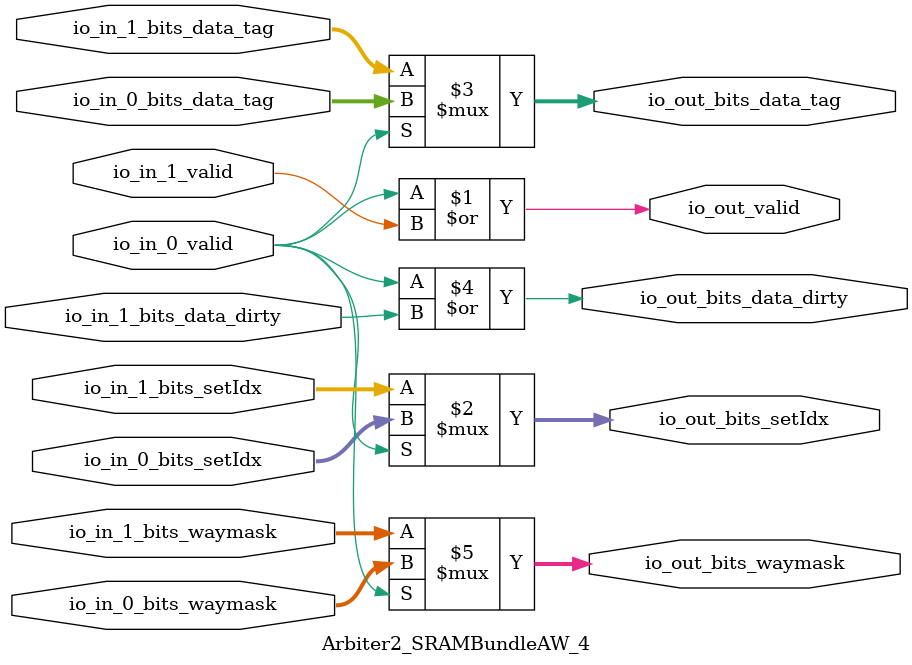
<source format=sv>
`ifndef RANDOMIZE
  `ifdef RANDOMIZE_MEM_INIT
    `define RANDOMIZE
  `endif // RANDOMIZE_MEM_INIT
`endif // not def RANDOMIZE
`ifndef RANDOMIZE
  `ifdef RANDOMIZE_REG_INIT
    `define RANDOMIZE
  `endif // RANDOMIZE_REG_INIT
`endif // not def RANDOMIZE

`ifndef RANDOM
  `define RANDOM $random
`endif // not def RANDOM

// Users can define INIT_RANDOM as general code that gets injected into the
// initializer block for modules with registers.
`ifndef INIT_RANDOM
  `define INIT_RANDOM
`endif // not def INIT_RANDOM

// If using random initialization, you can also define RANDOMIZE_DELAY to
// customize the delay used, otherwise 0.002 is used.
`ifndef RANDOMIZE_DELAY
  `define RANDOMIZE_DELAY 0.002
`endif // not def RANDOMIZE_DELAY

// Define INIT_RANDOM_PROLOG_ for use in our modules below.
`ifndef INIT_RANDOM_PROLOG_
  `ifdef RANDOMIZE
    `ifdef VERILATOR
      `define INIT_RANDOM_PROLOG_ `INIT_RANDOM
    `else  // VERILATOR
      `define INIT_RANDOM_PROLOG_ `INIT_RANDOM #`RANDOMIZE_DELAY begin end
    `endif // VERILATOR
  `else  // RANDOMIZE
    `define INIT_RANDOM_PROLOG_
  `endif // RANDOMIZE
`endif // not def INIT_RANDOM_PROLOG_

// Include register initializers in init blocks unless synthesis is set
`ifndef SYNTHESIS
  `ifndef ENABLE_INITIAL_REG_
    `define ENABLE_INITIAL_REG_
  `endif // not def ENABLE_INITIAL_REG_
`endif // not def SYNTHESIS

// Include rmemory initializers in init blocks unless synthesis is set
`ifndef SYNTHESIS
  `ifndef ENABLE_INITIAL_MEM_
    `define ENABLE_INITIAL_MEM_
  `endif // not def ENABLE_INITIAL_MEM_
`endif // not def SYNTHESIS

// Standard header to adapt well known macros for prints and assertions.

// Users can define 'PRINTF_COND' to add an extra gate to prints.
`ifndef PRINTF_COND_
  `ifdef PRINTF_COND
    `define PRINTF_COND_ (`PRINTF_COND)
  `else  // PRINTF_COND
    `define PRINTF_COND_ 1
  `endif // PRINTF_COND
`endif // not def PRINTF_COND_

// Users can define 'ASSERT_VERBOSE_COND' to add an extra gate to assert error printing.
`ifndef ASSERT_VERBOSE_COND_
  `ifdef ASSERT_VERBOSE_COND
    `define ASSERT_VERBOSE_COND_ (`ASSERT_VERBOSE_COND)
  `else  // ASSERT_VERBOSE_COND
    `define ASSERT_VERBOSE_COND_ 1
  `endif // ASSERT_VERBOSE_COND
`endif // not def ASSERT_VERBOSE_COND_

// Users can define 'STOP_COND' to add an extra gate to stop conditions.
`ifndef STOP_COND_
  `ifdef STOP_COND
    `define STOP_COND_ (`STOP_COND)
  `else  // STOP_COND
    `define STOP_COND_ 1
  `endif // STOP_COND
`endif // not def STOP_COND_

module Arbiter2_SRAMBundleAW_4(	// src/main/scala/chisel3/util/Arbiter.scala:133:7
  input         io_in_0_valid,	// src/main/scala/chisel3/util/Arbiter.scala:140:14
  input  [8:0]  io_in_0_bits_setIdx,	// src/main/scala/chisel3/util/Arbiter.scala:140:14
  input  [16:0] io_in_0_bits_data_tag,	// src/main/scala/chisel3/util/Arbiter.scala:140:14
  input  [3:0]  io_in_0_bits_waymask,	// src/main/scala/chisel3/util/Arbiter.scala:140:14
  input         io_in_1_valid,	// src/main/scala/chisel3/util/Arbiter.scala:140:14
  input  [8:0]  io_in_1_bits_setIdx,	// src/main/scala/chisel3/util/Arbiter.scala:140:14
  input  [16:0] io_in_1_bits_data_tag,	// src/main/scala/chisel3/util/Arbiter.scala:140:14
  input         io_in_1_bits_data_dirty,	// src/main/scala/chisel3/util/Arbiter.scala:140:14
  input  [3:0]  io_in_1_bits_waymask,	// src/main/scala/chisel3/util/Arbiter.scala:140:14
  output        io_out_valid,	// src/main/scala/chisel3/util/Arbiter.scala:140:14
  output [8:0]  io_out_bits_setIdx,	// src/main/scala/chisel3/util/Arbiter.scala:140:14
  output [16:0] io_out_bits_data_tag,	// src/main/scala/chisel3/util/Arbiter.scala:140:14
  output        io_out_bits_data_dirty,	// src/main/scala/chisel3/util/Arbiter.scala:140:14
  output [3:0]  io_out_bits_waymask	// src/main/scala/chisel3/util/Arbiter.scala:140:14
);

  assign io_out_valid = io_in_0_valid | io_in_1_valid;	// src/main/scala/chisel3/util/Arbiter.scala:133:7, :154:31
  assign io_out_bits_setIdx = io_in_0_valid ? io_in_0_bits_setIdx : io_in_1_bits_setIdx;	// src/main/scala/chisel3/util/Arbiter.scala:133:7, :143:15, :145:26, :147:19
  assign io_out_bits_data_tag =
    io_in_0_valid ? io_in_0_bits_data_tag : io_in_1_bits_data_tag;	// src/main/scala/chisel3/util/Arbiter.scala:133:7, :143:15, :145:26, :147:19
  assign io_out_bits_data_dirty = io_in_0_valid | io_in_1_bits_data_dirty;	// src/main/scala/chisel3/util/Arbiter.scala:133:7, :143:15, :145:26, :147:19
  assign io_out_bits_waymask =
    io_in_0_valid ? io_in_0_bits_waymask : io_in_1_bits_waymask;	// src/main/scala/chisel3/util/Arbiter.scala:133:7, :143:15, :145:26, :147:19
endmodule


</source>
